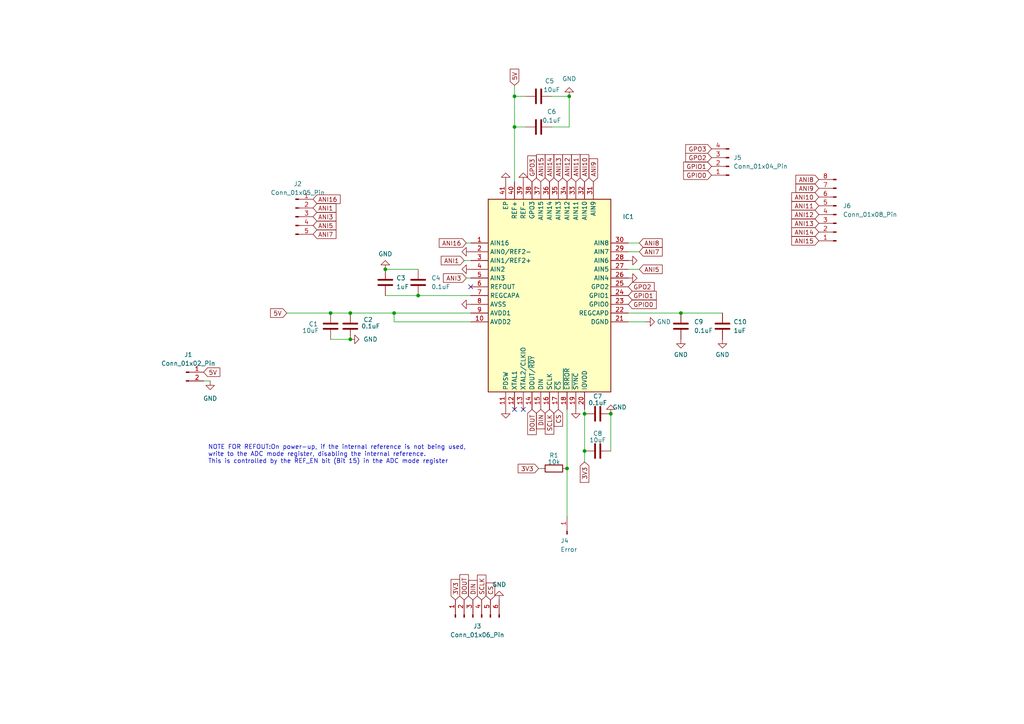
<source format=kicad_sch>
(kicad_sch (version 20230121) (generator eeschema)
  (paper "A4")
  (lib_symbols
    (symbol "21xt_symbols:AD7175-8BCPZ-RL7"
      (property "Reference" "IC" (at 41.91 17.78 0))
      (property "Value" "AD7175-8BCPZ-RL7" (at 41.91 15.24 0))
      (symbol "AD7175-8BCPZ-RL7_1_1"
        (rectangle (start 5.08 12.7) (end 40.64 -43.18) (stroke (width 0.254)) (fill (type background)))
        (pin passive line (at 0 0 0) (length 5.08) (name "AIN16") (number "1"))
        (pin passive line (at 0 -22.86 0) (length 5.08) (name "AVDD2") (number "10"))
        (pin passive line (at 10.16 -48.26 90) (length 5.08) (name "PDSW") (number "11"))
        (pin passive line (at 12.7 -48.26 90) (length 5.08) (name "XTAL1") (number "12"))
        (pin passive line (at 15.24 -48.26 90) (length 5.08) (name "XTAL2/CLKIO") (number "13"))
        (pin passive line (at 17.78 -48.26 90) (length 5.08) (name "DOUT/~{RDY}") (number "14"))
        (pin passive line (at 20.32 -48.26 90) (length 5.08) (name "DIN") (number "15"))
        (pin passive line (at 22.86 -48.26 90) (length 5.08) (name "SCLK") (number "16"))
        (pin passive line (at 25.4 -48.26 90) (length 5.08) (name "~{CS}") (number "17"))
        (pin passive line (at 27.94 -48.26 90) (length 5.08) (name "~{ERROR}") (number "18"))
        (pin passive line (at 30.48 -48.26 90) (length 5.08) (name "~{SYNC}") (number "19"))
        (pin passive line (at 0 -2.54 0) (length 5.08) (name "AIN0/REF2-") (number "2"))
        (pin passive line (at 33.02 -48.26 90) (length 5.08) (name "IOVDD") (number "20"))
        (pin passive line (at 45.72 -22.86 180) (length 5.08) (name "DGND") (number "21"))
        (pin passive line (at 45.72 -20.32 180) (length 5.08) (name "REGCAPD") (number "22"))
        (pin passive line (at 45.72 -17.78 180) (length 5.08) (name "GPIO0") (number "23"))
        (pin passive line (at 45.72 -15.24 180) (length 5.08) (name "GPIO1") (number "24"))
        (pin passive line (at 45.72 -12.7 180) (length 5.08) (name "GPO2") (number "25"))
        (pin passive line (at 45.72 -10.16 180) (length 5.08) (name "AIN4") (number "26"))
        (pin passive line (at 45.72 -7.62 180) (length 5.08) (name "AIN5") (number "27"))
        (pin passive line (at 45.72 -5.08 180) (length 5.08) (name "AIN6") (number "28"))
        (pin passive line (at 45.72 -2.54 180) (length 5.08) (name "AIN7") (number "29"))
        (pin passive line (at 0 -5.08 0) (length 5.08) (name "AIN1/REF2+") (number "3"))
        (pin passive line (at 45.72 0 180) (length 5.08) (name "AIN8") (number "30"))
        (pin passive line (at 35.56 17.78 270) (length 5.08) (name "AIN9") (number "31"))
        (pin passive line (at 33.02 17.78 270) (length 5.08) (name "AIN10") (number "32"))
        (pin passive line (at 30.48 17.78 270) (length 5.08) (name "AIN11") (number "33"))
        (pin passive line (at 27.94 17.78 270) (length 5.08) (name "AIN12") (number "34"))
        (pin passive line (at 25.4 17.78 270) (length 5.08) (name "AIN13") (number "35"))
        (pin passive line (at 22.86 17.78 270) (length 5.08) (name "AIN14") (number "36"))
        (pin passive line (at 20.32 17.78 270) (length 5.08) (name "AIN15") (number "37"))
        (pin passive line (at 17.78 17.78 270) (length 5.08) (name "GPO3") (number "38"))
        (pin passive line (at 15.24 17.78 270) (length 5.08) (name "REF-") (number "39"))
        (pin passive line (at 0 -7.62 0) (length 5.08) (name "AIN2") (number "4"))
        (pin passive line (at 12.7 17.78 270) (length 5.08) (name "REF+") (number "40"))
        (pin passive line (at 10.16 17.78 270) (length 5.08) (name "EP") (number "41"))
        (pin passive line (at 0 -10.16 0) (length 5.08) (name "AIN3") (number "5"))
        (pin passive line (at 0 -12.7 0) (length 5.08) (name "REFOUT") (number "6"))
        (pin passive line (at 0 -15.24 0) (length 5.08) (name "REGCAPA") (number "7"))
        (pin passive line (at 0 -17.78 0) (length 5.08) (name "AVSS") (number "8"))
        (pin passive line (at 0 -20.32 0) (length 5.08) (name "AVDD1") (number "9"))
      )
    )
    (symbol "Connector:Conn_01x01_Pin" (pin_names (offset 1.016) hide)
      (property "Reference" "J" (at 0 2.54 0))
      (property "Value" "Conn_01x01_Pin" (at 0 -2.54 0))
      (symbol "Conn_01x01_Pin_1_1"
        (polyline (pts (xy 1.27 0) (xy 0.8636 0)) (stroke (width 0.1524)))
        (rectangle (start 0.8636 0.127) (end 0 -0.127) (stroke (width 0.1524)) (fill (type outline)))
        (pin passive line (at 5.08 0 180) (length 3.81) (name "Pin_1") (number "1"))
      )
    )
    (symbol "Connector:Conn_01x02_Pin" (pin_names (offset 1.016) hide)
      (property "Reference" "J" (at 0 2.54 0))
      (property "Value" "Conn_01x02_Pin" (at 0 -5.08 0))
      (symbol "Conn_01x02_Pin_1_1"
        (polyline (pts (xy 1.27 -2.54) (xy 0.8636 -2.54)) (stroke (width 0.1524)))
        (polyline (pts (xy 1.27 0) (xy 0.8636 0)) (stroke (width 0.1524)))
        (rectangle (start 0.8636 -2.413) (end 0 -2.667) (stroke (width 0.1524)) (fill (type outline)))
        (rectangle (start 0.8636 0.127) (end 0 -0.127) (stroke (width 0.1524)) (fill (type outline)))
        (pin passive line (at 5.08 0 180) (length 3.81) (name "Pin_1") (number "1"))
        (pin passive line (at 5.08 -2.54 180) (length 3.81) (name "Pin_2") (number "2"))
      )
    )
    (symbol "Connector:Conn_01x04_Pin" (pin_names (offset 1.016) hide)
      (property "Reference" "J" (at 0 5.08 0))
      (property "Value" "Conn_01x04_Pin" (at 0 -7.62 0))
      (symbol "Conn_01x04_Pin_1_1"
        (polyline (pts (xy 1.27 -5.08) (xy 0.8636 -5.08)) (stroke (width 0.1524)))
        (polyline (pts (xy 1.27 -2.54) (xy 0.8636 -2.54)) (stroke (width 0.1524)))
        (polyline (pts (xy 1.27 0) (xy 0.8636 0)) (stroke (width 0.1524)))
        (polyline (pts (xy 1.27 2.54) (xy 0.8636 2.54)) (stroke (width 0.1524)))
        (rectangle (start 0.8636 -4.953) (end 0 -5.207) (stroke (width 0.1524)) (fill (type outline)))
        (rectangle (start 0.8636 -2.413) (end 0 -2.667) (stroke (width 0.1524)) (fill (type outline)))
        (rectangle (start 0.8636 0.127) (end 0 -0.127) (stroke (width 0.1524)) (fill (type outline)))
        (rectangle (start 0.8636 2.667) (end 0 2.413) (stroke (width 0.1524)) (fill (type outline)))
        (pin passive line (at 5.08 2.54 180) (length 3.81) (name "Pin_1") (number "1"))
        (pin passive line (at 5.08 0 180) (length 3.81) (name "Pin_2") (number "2"))
        (pin passive line (at 5.08 -2.54 180) (length 3.81) (name "Pin_3") (number "3"))
        (pin passive line (at 5.08 -5.08 180) (length 3.81) (name "Pin_4") (number "4"))
      )
    )
    (symbol "Connector:Conn_01x05_Pin" (pin_names (offset 1.016) hide)
      (property "Reference" "J" (at 0 7.62 0))
      (property "Value" "Conn_01x05_Pin" (at 0 -7.62 0))
      (symbol "Conn_01x05_Pin_1_1"
        (polyline (pts (xy 1.27 -5.08) (xy 0.8636 -5.08)) (stroke (width 0.1524)))
        (polyline (pts (xy 1.27 -2.54) (xy 0.8636 -2.54)) (stroke (width 0.1524)))
        (polyline (pts (xy 1.27 0) (xy 0.8636 0)) (stroke (width 0.1524)))
        (polyline (pts (xy 1.27 2.54) (xy 0.8636 2.54)) (stroke (width 0.1524)))
        (polyline (pts (xy 1.27 5.08) (xy 0.8636 5.08)) (stroke (width 0.1524)))
        (rectangle (start 0.8636 -4.953) (end 0 -5.207) (stroke (width 0.1524)) (fill (type outline)))
        (rectangle (start 0.8636 -2.413) (end 0 -2.667) (stroke (width 0.1524)) (fill (type outline)))
        (rectangle (start 0.8636 0.127) (end 0 -0.127) (stroke (width 0.1524)) (fill (type outline)))
        (rectangle (start 0.8636 2.667) (end 0 2.413) (stroke (width 0.1524)) (fill (type outline)))
        (rectangle (start 0.8636 5.207) (end 0 4.953) (stroke (width 0.1524)) (fill (type outline)))
        (pin passive line (at 5.08 5.08 180) (length 3.81) (name "Pin_1") (number "1"))
        (pin passive line (at 5.08 2.54 180) (length 3.81) (name "Pin_2") (number "2"))
        (pin passive line (at 5.08 0 180) (length 3.81) (name "Pin_3") (number "3"))
        (pin passive line (at 5.08 -2.54 180) (length 3.81) (name "Pin_4") (number "4"))
        (pin passive line (at 5.08 -5.08 180) (length 3.81) (name "Pin_5") (number "5"))
      )
    )
    (symbol "Connector:Conn_01x06_Pin" (pin_names (offset 1.016) hide)
      (property "Reference" "J" (at 0 7.62 0))
      (property "Value" "Conn_01x06_Pin" (at 0 -10.16 0))
      (symbol "Conn_01x06_Pin_1_1"
        (polyline (pts (xy 1.27 -7.62) (xy 0.8636 -7.62)) (stroke (width 0.1524)))
        (polyline (pts (xy 1.27 -5.08) (xy 0.8636 -5.08)) (stroke (width 0.1524)))
        (polyline (pts (xy 1.27 -2.54) (xy 0.8636 -2.54)) (stroke (width 0.1524)))
        (polyline (pts (xy 1.27 0) (xy 0.8636 0)) (stroke (width 0.1524)))
        (polyline (pts (xy 1.27 2.54) (xy 0.8636 2.54)) (stroke (width 0.1524)))
        (polyline (pts (xy 1.27 5.08) (xy 0.8636 5.08)) (stroke (width 0.1524)))
        (rectangle (start 0.8636 -7.493) (end 0 -7.747) (stroke (width 0.1524)) (fill (type outline)))
        (rectangle (start 0.8636 -4.953) (end 0 -5.207) (stroke (width 0.1524)) (fill (type outline)))
        (rectangle (start 0.8636 -2.413) (end 0 -2.667) (stroke (width 0.1524)) (fill (type outline)))
        (rectangle (start 0.8636 0.127) (end 0 -0.127) (stroke (width 0.1524)) (fill (type outline)))
        (rectangle (start 0.8636 2.667) (end 0 2.413) (stroke (width 0.1524)) (fill (type outline)))
        (rectangle (start 0.8636 5.207) (end 0 4.953) (stroke (width 0.1524)) (fill (type outline)))
        (pin passive line (at 5.08 5.08 180) (length 3.81) (name "Pin_1") (number "1"))
        (pin passive line (at 5.08 2.54 180) (length 3.81) (name "Pin_2") (number "2"))
        (pin passive line (at 5.08 0 180) (length 3.81) (name "Pin_3") (number "3"))
        (pin passive line (at 5.08 -2.54 180) (length 3.81) (name "Pin_4") (number "4"))
        (pin passive line (at 5.08 -5.08 180) (length 3.81) (name "Pin_5") (number "5"))
        (pin passive line (at 5.08 -7.62 180) (length 3.81) (name "Pin_6") (number "6"))
      )
    )
    (symbol "Connector:Conn_01x08_Pin" (pin_names (offset 1.016) hide)
      (property "Reference" "J" (at 0 10.16 0))
      (property "Value" "Conn_01x08_Pin" (at 0 -12.7 0))
      (symbol "Conn_01x08_Pin_1_1"
        (polyline (pts (xy 1.27 -10.16) (xy 0.8636 -10.16)) (stroke (width 0.1524)))
        (polyline (pts (xy 1.27 -7.62) (xy 0.8636 -7.62)) (stroke (width 0.1524)))
        (polyline (pts (xy 1.27 -5.08) (xy 0.8636 -5.08)) (stroke (width 0.1524)))
        (polyline (pts (xy 1.27 -2.54) (xy 0.8636 -2.54)) (stroke (width 0.1524)))
        (polyline (pts (xy 1.27 0) (xy 0.8636 0)) (stroke (width 0.1524)))
        (polyline (pts (xy 1.27 2.54) (xy 0.8636 2.54)) (stroke (width 0.1524)))
        (polyline (pts (xy 1.27 5.08) (xy 0.8636 5.08)) (stroke (width 0.1524)))
        (polyline (pts (xy 1.27 7.62) (xy 0.8636 7.62)) (stroke (width 0.1524)))
        (rectangle (start 0.8636 -10.033) (end 0 -10.287) (stroke (width 0.1524)) (fill (type outline)))
        (rectangle (start 0.8636 -7.493) (end 0 -7.747) (stroke (width 0.1524)) (fill (type outline)))
        (rectangle (start 0.8636 -4.953) (end 0 -5.207) (stroke (width 0.1524)) (fill (type outline)))
        (rectangle (start 0.8636 -2.413) (end 0 -2.667) (stroke (width 0.1524)) (fill (type outline)))
        (rectangle (start 0.8636 0.127) (end 0 -0.127) (stroke (width 0.1524)) (fill (type outline)))
        (rectangle (start 0.8636 2.667) (end 0 2.413) (stroke (width 0.1524)) (fill (type outline)))
        (rectangle (start 0.8636 5.207) (end 0 4.953) (stroke (width 0.1524)) (fill (type outline)))
        (rectangle (start 0.8636 7.747) (end 0 7.493) (stroke (width 0.1524)) (fill (type outline)))
        (pin passive line (at 5.08 7.62 180) (length 3.81) (name "Pin_1") (number "1"))
        (pin passive line (at 5.08 5.08 180) (length 3.81) (name "Pin_2") (number "2"))
        (pin passive line (at 5.08 2.54 180) (length 3.81) (name "Pin_3") (number "3"))
        (pin passive line (at 5.08 0 180) (length 3.81) (name "Pin_4") (number "4"))
        (pin passive line (at 5.08 -2.54 180) (length 3.81) (name "Pin_5") (number "5"))
        (pin passive line (at 5.08 -5.08 180) (length 3.81) (name "Pin_6") (number "6"))
        (pin passive line (at 5.08 -7.62 180) (length 3.81) (name "Pin_7") (number "7"))
        (pin passive line (at 5.08 -10.16 180) (length 3.81) (name "Pin_8") (number "8"))
      )
    )
    (symbol "Device:C" (pin_numbers hide) (pin_names (offset 0.254))
      (property "Reference" "C" (at 0.635 2.54 0))
      (property "Value" "C" (at 0.635 -2.54 0))
      (symbol "C_0_1"
        (polyline (pts (xy -2.032 -0.762) (xy 2.032 -0.762)) (stroke (width 0.508)))
        (polyline (pts (xy -2.032 0.762) (xy 2.032 0.762)) (stroke (width 0.508)))
      )
      (symbol "C_1_1"
        (pin passive line (at 0 3.81 270) (length 2.794) (name "~") (number "1"))
        (pin passive line (at 0 -3.81 90) (length 2.794) (name "~") (number "2"))
      )
    )
    (symbol "Device:R" (pin_numbers hide) (pin_names (offset 0))
      (property "Reference" "R" (at 2.032 0 90))
      (property "Value" "R" (at 0 0 90))
      (symbol "R_0_1"
        (rectangle (start -1.016 -2.54) (end 1.016 2.54) (stroke (width 0.254)))
      )
      (symbol "R_1_1"
        (pin passive line (at 0 3.81 270) (length 1.27) (name "~") (number "1"))
        (pin passive line (at 0 -3.81 90) (length 1.27) (name "~") (number "2"))
      )
    )
    (symbol "power:GND" (power) (pin_names (offset 0))
      (property "Value" "GND" (at 0 -3.81 0))
      (symbol "GND_0_1"
        (polyline (pts (xy 0 0) (xy 0 -1.27) (xy 1.27 -1.27) (xy 0 -2.54) (xy -1.27 -1.27) (xy 0 -1.27)))
      )
      (symbol "GND_1_1"
        (pin power_in line (at 0 0 270) (length 0) hide (name "GND") (number "1"))
      )
    )
  )
  (junction (at 95.885 90.805))
  (junction (at 169.545 130.81))
  (junction (at 164.465 135.89))
  (junction (at 149.225 27.94))
  (junction (at 165.1 27.94))
  (junction (at 197.485 90.805))
  (junction (at 114.3 90.805))
  (junction (at 177.165 120.015))
  (junction (at 121.285 85.725))
  (junction (at 101.6 90.805))
  (junction (at 111.76 78.105))
  (junction (at 169.545 120.015))
  (junction (at 149.225 36.83))
  (junction (at 101.6 98.425))
  (no_connect (at 136.525 83.185))
  (no_connect (at 149.225 118.745))
  (no_connect (at 151.765 118.745))
  (wire (pts (xy 169.545 130.81) (xy 169.545 133.985)))
  (wire (pts (xy 111.76 78.105) (xy 121.285 78.105)))
  (wire (pts (xy 149.225 36.83) (xy 149.225 27.94)))
  (wire (pts (xy 185.42 78.105) (xy 182.245 78.105)))
  (wire (pts (xy 169.545 120.015) (xy 169.545 130.81)))
  (wire (pts (xy 83.185 90.805) (xy 95.885 90.805)))
  (wire (pts (xy 59.055 110.49) (xy 60.96 110.49)))
  (wire (pts (xy 160.02 36.83) (xy 165.1 36.83)))
  (wire (pts (xy 114.3 90.805) (xy 136.525 90.805)))
  (wire (pts (xy 165.1 36.83) (xy 165.1 27.94)))
  (wire (pts (xy 182.245 90.805) (xy 197.485 90.805)))
  (wire (pts (xy 165.1 27.94) (xy 160.02 27.94)))
  (wire (pts (xy 169.545 118.745) (xy 169.545 120.015)))
  (wire (pts (xy 111.76 85.725) (xy 121.285 85.725)))
  (wire (pts (xy 121.285 85.725) (xy 136.525 85.725)))
  (wire (pts (xy 134.62 75.565) (xy 136.525 75.565)))
  (wire (pts (xy 156.21 135.89) (xy 156.845 135.89)))
  (wire (pts (xy 149.225 27.94) (xy 149.225 24.765)))
  (wire (pts (xy 95.885 98.425) (xy 101.6 98.425)))
  (wire (pts (xy 164.465 135.89) (xy 164.465 149.86)))
  (wire (pts (xy 135.255 70.485) (xy 136.525 70.485)))
  (wire (pts (xy 177.165 120.015) (xy 177.165 130.81)))
  (wire (pts (xy 149.225 52.705) (xy 149.225 36.83)))
  (wire (pts (xy 185.42 73.025) (xy 182.245 73.025)))
  (wire (pts (xy 149.225 27.94) (xy 152.4 27.94)))
  (wire (pts (xy 114.3 93.345) (xy 136.525 93.345)))
  (wire (pts (xy 101.6 90.805) (xy 114.3 90.805)))
  (wire (pts (xy 149.225 36.83) (xy 152.4 36.83)))
  (wire (pts (xy 164.465 118.745) (xy 164.465 135.89)))
  (wire (pts (xy 197.485 90.805) (xy 209.55 90.805)))
  (wire (pts (xy 185.42 70.485) (xy 182.245 70.485)))
  (wire (pts (xy 114.3 93.345) (xy 114.3 90.805)))
  (wire (pts (xy 95.885 90.805) (xy 101.6 90.805)))
  (wire (pts (xy 182.245 93.345) (xy 187.325 93.345)))
  (wire (pts (xy 135.255 80.645) (xy 136.525 80.645)))
  (text "NOTE FOR REFOUT:On power-up, if the internal reference is not being used, \nwrite to the ADC mode register, disabling the internal reference. \nThis is controlled by the REF_EN bit (Bit 15) in the ADC mode register" (at 60.325 134.62 0) (effects (font (size 1.27 1.27)) (justify left bottom)))
  (global_label "ANI12" (shape input) (at 164.465 52.705 90) (property "Intersheetrefs" "${INTERSHEET_REFS}" (effects hide)))
  (global_label "ANI5" (shape input) (at 90.805 65.405 0) (property "Intersheetrefs" "${INTERSHEET_REFS}" (effects hide)))
  (global_label "ANI7" (shape input) (at 185.42 73.025 0) (property "Intersheetrefs" "${INTERSHEET_REFS}" (effects hide)))
  (global_label "ANI10" (shape input) (at 169.545 52.705 90) (property "Intersheetrefs" "${INTERSHEET_REFS}" (effects hide)))
  (global_label "ANI15" (shape input) (at 156.845 52.705 90) (property "Intersheetrefs" "${INTERSHEET_REFS}" (effects hide)))
  (global_label "GPO3" (shape input) (at 154.305 52.705 90) (property "Intersheetrefs" "${INTERSHEET_REFS}" (effects hide)))
  (global_label "CS" (shape input) (at 161.925 118.745 270) (property "Intersheetrefs" "${INTERSHEET_REFS}" (effects hide)))
  (global_label "ANI14" (shape input) (at 237.49 67.31 180) (property "Intersheetrefs" "${INTERSHEET_REFS}" (effects hide)))
  (global_label "3V3" (shape input) (at 132.08 173.99 90) (property "Intersheetrefs" "${INTERSHEET_REFS}" (effects hide)))
  (global_label "ANI1" (shape input) (at 90.805 60.325 0) (property "Intersheetrefs" "${INTERSHEET_REFS}" (effects hide)))
  (global_label "ANI3" (shape input) (at 135.255 80.645 180) (property "Intersheetrefs" "${INTERSHEET_REFS}" (effects hide)))
  (global_label "DIN" (shape input) (at 137.16 173.99 90) (property "Intersheetrefs" "${INTERSHEET_REFS}" (effects hide)))
  (global_label "5V" (shape input) (at 149.225 24.765 90) (property "Intersheetrefs" "${INTERSHEET_REFS}" (effects hide)))
  (global_label "ANI10" (shape input) (at 237.49 57.15 180) (property "Intersheetrefs" "${INTERSHEET_REFS}" (effects hide)))
  (global_label "GPO2" (shape input) (at 206.375 45.72 180) (property "Intersheetrefs" "${INTERSHEET_REFS}" (effects hide)))
  (global_label "ANI15" (shape input) (at 237.49 69.85 180) (property "Intersheetrefs" "${INTERSHEET_REFS}" (effects hide)))
  (global_label "GPIO1" (shape input) (at 182.245 85.725 0) (property "Intersheetrefs" "${INTERSHEET_REFS}" (effects hide)))
  (global_label "3V3" (shape input) (at 156.21 135.89 180) (property "Intersheetrefs" "${INTERSHEET_REFS}" (effects hide)))
  (global_label "ANI13" (shape input) (at 161.925 52.705 90) (property "Intersheetrefs" "${INTERSHEET_REFS}" (effects hide)))
  (global_label "3V3" (shape input) (at 169.545 133.985 270) (property "Intersheetrefs" "${INTERSHEET_REFS}" (effects hide)))
  (global_label "CS" (shape input) (at 142.24 173.99 90) (property "Intersheetrefs" "${INTERSHEET_REFS}" (effects hide)))
  (global_label "SCLK" (shape input) (at 139.7 173.99 90) (property "Intersheetrefs" "${INTERSHEET_REFS}" (effects hide)))
  (global_label "GPIO0" (shape input) (at 206.375 50.8 180) (property "Intersheetrefs" "${INTERSHEET_REFS}" (effects hide)))
  (global_label "ANI7" (shape input) (at 90.805 67.945 0) (property "Intersheetrefs" "${INTERSHEET_REFS}" (effects hide)))
  (global_label "ANI1" (shape input) (at 134.62 75.565 180) (property "Intersheetrefs" "${INTERSHEET_REFS}" (effects hide)))
  (global_label "GPIO0" (shape input) (at 182.245 88.265 0) (property "Intersheetrefs" "${INTERSHEET_REFS}" (effects hide)))
  (global_label "ANI9" (shape input) (at 237.49 54.61 180) (property "Intersheetrefs" "${INTERSHEET_REFS}" (effects hide)))
  (global_label "ANI14" (shape input) (at 159.385 52.705 90) (property "Intersheetrefs" "${INTERSHEET_REFS}" (effects hide)))
  (global_label "DOUT" (shape input) (at 154.305 118.745 270) (property "Intersheetrefs" "${INTERSHEET_REFS}" (effects hide)))
  (global_label "ANI16" (shape input) (at 90.805 57.785 0) (property "Intersheetrefs" "${INTERSHEET_REFS}" (effects hide)))
  (global_label "ANI5" (shape input) (at 185.42 78.105 0) (property "Intersheetrefs" "${INTERSHEET_REFS}" (effects hide)))
  (global_label "GPO2" (shape input) (at 182.245 83.185 0) (property "Intersheetrefs" "${INTERSHEET_REFS}" (effects hide)))
  (global_label "5V" (shape input) (at 83.185 90.805 180) (property "Intersheetrefs" "${INTERSHEET_REFS}" (effects hide)))
  (global_label "DOUT" (shape input) (at 134.62 173.99 90) (property "Intersheetrefs" "${INTERSHEET_REFS}" (effects hide)))
  (global_label "ANI12" (shape input) (at 237.49 62.23 180) (property "Intersheetrefs" "${INTERSHEET_REFS}" (effects hide)))
  (global_label "ANI8" (shape input) (at 237.49 52.07 180) (property "Intersheetrefs" "${INTERSHEET_REFS}" (effects hide)))
  (global_label "ANI9" (shape input) (at 172.085 52.705 90) (property "Intersheetrefs" "${INTERSHEET_REFS}" (effects hide)))
  (global_label "GPO3" (shape input) (at 206.375 43.18 180) (property "Intersheetrefs" "${INTERSHEET_REFS}" (effects hide)))
  (global_label "5V" (shape input) (at 59.055 107.95 0) (property "Intersheetrefs" "${INTERSHEET_REFS}" (effects hide)))
  (global_label "SCLK" (shape input) (at 159.385 118.745 270) (property "Intersheetrefs" "${INTERSHEET_REFS}" (effects hide)))
  (global_label "ANI8" (shape input) (at 185.42 70.485 0) (property "Intersheetrefs" "${INTERSHEET_REFS}" (effects hide)))
  (global_label "ANI16" (shape input) (at 135.255 70.485 180) (property "Intersheetrefs" "${INTERSHEET_REFS}" (effects hide)))
  (global_label "ANI11" (shape input) (at 167.005 52.705 90) (property "Intersheetrefs" "${INTERSHEET_REFS}" (effects hide)))
  (global_label "DIN" (shape input) (at 156.845 118.745 270) (property "Intersheetrefs" "${INTERSHEET_REFS}" (effects hide)))
  (global_label "ANI11" (shape input) (at 237.49 59.69 180) (property "Intersheetrefs" "${INTERSHEET_REFS}" (effects hide)))
  (global_label "ANI3" (shape input) (at 90.805 62.865 0) (property "Intersheetrefs" "${INTERSHEET_REFS}" (effects hide)))
  (global_label "GPIO1" (shape input) (at 206.375 48.26 180) (property "Intersheetrefs" "${INTERSHEET_REFS}" (effects hide)))
  (global_label "ANI13" (shape input) (at 237.49 64.77 180) (property "Intersheetrefs" "${INTERSHEET_REFS}" (effects hide)))
  (symbol (lib_id "Connector:Conn_01x01_Pin") (at 164.465 154.94 90) (unit 1)
    (property "Reference" "J4" (at 162.56 156.845 90) (effects (justify right)))
    (property "Value" "Error" (at 162.56 159.385 90) (effects (justify right)))
    (property "Footprint" "Connector_PinHeader_2.54mm:PinHeader_1x01_P2.54mm_Vertical" (effects hide))
  )
  (symbol (lib_id "power:GND") (at 144.78 173.99 180) (unit 1)
    (property "Reference" "#PWR07" (effects hide))
    (property "Value" "GND" (at 144.78 169.545 0))
  )
  (symbol (lib_id "power:GND") (at 101.6 98.425 90) (unit 1)
    (property "Reference" "#PWR02" (effects hide))
    (property "Value" "GND" (at 105.41 98.425 90) (effects (justify right)))
  )
  (symbol (lib_id "Connector:Conn_01x05_Pin") (at 85.725 62.865 0) (unit 1)
    (property "Reference" "J2" (at 86.36 53.34 0))
    (property "Value" "Conn_01x05_Pin" (at 86.36 55.88 0))
    (property "Footprint" "Connector_PinHeader_2.54mm:PinHeader_1x05_P2.54mm_Vertical" (effects hide))
  )
  (symbol (lib_id "power:GND") (at 136.525 88.265 270) (unit 1)
    (property "Reference" "#PWR06" (effects hide))
    (property "Value" "GND" (effects hide))
  )
  (symbol (lib_id "Connector:Conn_01x02_Pin") (at 53.975 107.95 0) (unit 1)
    (property "Reference" "J1" (at 54.61 102.87 0))
    (property "Value" "Conn_01x02_Pin" (at 54.61 105.41 0))
    (property "Footprint" "Connector_PinHeader_2.54mm:PinHeader_1x02_P2.54mm_Vertical" (effects hide))
  )
  (symbol (lib_id "Device:C") (at 156.21 36.83 90) (unit 1)
    (property "Reference" "C6" (at 160.02 32.385 90))
    (property "Value" "0.1uF" (at 160.02 34.925 90))
    (property "Footprint" "Capacitor_SMD:C_0603_1608Metric" (effects hide))
  )
  (symbol (lib_id "Connector:Conn_01x08_Pin") (at 242.57 62.23 180) (unit 1)
    (property "Reference" "J6" (at 244.475 59.69 0) (effects (justify right)))
    (property "Value" "Conn_01x08_Pin" (at 244.475 62.23 0) (effects (justify right)))
    (property "Footprint" "Connector_PinHeader_2.54mm:PinHeader_1x08_P2.54mm_Vertical" (effects hide))
  )
  (symbol (lib_id "Device:C") (at 173.355 120.015 90) (unit 1)
    (property "Reference" "C7" (at 173.355 114.935 90))
    (property "Value" "0.1uF" (at 173.355 116.84 90))
    (property "Footprint" "Capacitor_SMD:C_0603_1608Metric" (effects hide))
  )
  (symbol (lib_id "power:GND") (at 136.525 73.025 270) (unit 1)
    (property "Reference" "#PWR04" (effects hide))
    (property "Value" "GND" (effects hide))
  )
  (symbol (lib_id "power:GND") (at 209.55 98.425 0) (unit 1)
    (property "Reference" "#PWR018" (effects hide))
    (property "Value" "GND" (at 209.55 102.87 0))
  )
  (symbol (lib_id "power:GND") (at 182.245 75.565 90) (unit 1)
    (property "Reference" "#PWR014" (effects hide))
    (property "Value" "GND" (effects hide))
  )
  (symbol (lib_id "power:GND") (at 111.76 78.105 180) (unit 1)
    (property "Reference" "#PWR03" (effects hide))
    (property "Value" "GND" (at 111.76 73.66 0))
  )
  (symbol (lib_id "Device:C") (at 173.355 130.81 90) (unit 1)
    (property "Reference" "C8" (at 173.355 125.73 90))
    (property "Value" "10uF" (at 173.355 127.635 90))
    (property "Footprint" "Capacitor_SMD:C_0603_1608Metric" (effects hide))
  )
  (symbol (lib_id "Device:C") (at 121.285 81.915 0) (unit 1)
    (property "Reference" "C4" (at 125.095 80.645 0) (effects (justify left)))
    (property "Value" "0.1uF" (at 125.095 83.185 0) (effects (justify left)))
    (property "Footprint" "Capacitor_SMD:C_0603_1608Metric" (effects hide))
  )
  (symbol (lib_id "21xt_symbols:AD7175-8BCPZ-RL7") (at 136.525 70.485 0) (unit 1)
    (property "Reference" "IC1" (at 182.245 62.865 0))
    (property "Value" "AD7175-8BCPZ-RL7" (effects hide))
    (property "Footprint" "21xt_footprints:QFN50P600X600X80-41N-D" (effects hide))
    (property "Datasheet" "https://componentsearchengine.com/Datasheets/2/AD7175-8BCPZ-RL7.pdf" (effects hide))
    (property "Height" "0.8" (effects hide))
    (property "Mouser Part Number" "584-AD7175-8BCPZ-RL7" (effects hide))
    (property "Mouser Price/Stock" "https://www.mouser.co.uk/ProductDetail/Analog-Devices/AD7175-8BCPZ-RL7?qs=JeIcUl65ClCxXjl02vXI6Q%3D%3D" (effects hide))
    (property "Manufacturer_Name" "Analog Devices" (effects hide))
    (property "Manufacturer_Part_Number" "AD7175-8BCPZ-RL7" (effects hide))
  )
  (symbol (lib_id "power:GND") (at 177.165 120.015 180) (unit 1)
    (property "Reference" "#PWR013" (effects hide))
    (property "Value" "GND" (at 179.705 118.11 0))
  )
  (symbol (lib_id "power:GND") (at 197.485 98.425 0) (unit 1)
    (property "Reference" "#PWR017" (effects hide))
    (property "Value" "GND" (at 197.485 102.87 0))
  )
  (symbol (lib_id "power:GND") (at 60.96 110.49 0) (unit 1)
    (property "Reference" "#PWR01" (effects hide))
    (property "Value" "GND" (at 60.96 115.57 0))
  )
  (symbol (lib_id "Device:R") (at 160.655 135.89 90) (unit 1)
    (property "Reference" "R1" (at 160.655 132.08 90))
    (property "Value" "10k" (at 160.655 133.985 90))
    (property "Footprint" "Resistor_SMD:R_0603_1608Metric" (effects hide))
  )
  (symbol (lib_id "power:GND") (at 146.685 52.705 180) (unit 1)
    (property "Reference" "#PWR08" (effects hide))
    (property "Value" "GND" (effects hide))
  )
  (symbol (lib_id "Device:C") (at 197.485 94.615 0) (unit 1)
    (property "Reference" "C9" (at 201.295 93.345 0) (effects (justify left)))
    (property "Value" "0.1uF" (at 201.295 95.885 0) (effects (justify left)))
    (property "Footprint" "Capacitor_SMD:C_0603_1608Metric" (effects hide))
  )
  (symbol (lib_id "power:GND") (at 146.685 118.745 0) (unit 1)
    (property "Reference" "#PWR09" (effects hide))
    (property "Value" "GND" (effects hide))
  )
  (symbol (lib_id "power:GND") (at 136.525 78.105 270) (unit 1)
    (property "Reference" "#PWR05" (effects hide))
    (property "Value" "GND" (effects hide))
  )
  (symbol (lib_id "Device:C") (at 95.885 94.615 0) (unit 1)
    (property "Reference" "C1" (at 89.535 93.98 0) (effects (justify left)))
    (property "Value" "10uF" (at 87.63 95.885 0) (effects (justify left)))
    (property "Footprint" "Capacitor_SMD:C_0603_1608Metric" (effects hide))
  )
  (symbol (lib_id "Device:C") (at 111.76 81.915 0) (unit 1)
    (property "Reference" "C3" (at 114.935 80.645 0) (effects (justify left)))
    (property "Value" "1uF" (at 114.935 83.185 0) (effects (justify left)))
    (property "Footprint" "Capacitor_SMD:C_0603_1608Metric" (effects hide))
  )
  (symbol (lib_id "power:GND") (at 187.325 93.345 90) (unit 1)
    (property "Reference" "#PWR016" (effects hide))
    (property "Value" "GND" (at 190.5 93.345 90) (effects (justify right)))
  )
  (symbol (lib_id "Device:C") (at 156.21 27.94 90) (unit 1)
    (property "Reference" "C5" (at 159.385 23.495 90))
    (property "Value" "10uF" (at 160.02 26.035 90))
    (property "Footprint" "Capacitor_SMD:C_0603_1608Metric" (effects hide))
  )
  (symbol (lib_id "Device:C") (at 101.6 94.615 0) (unit 1)
    (property "Reference" "C2" (at 105.41 92.71 0) (effects (justify left)))
    (property "Value" "0.1uF" (at 104.775 94.615 0) (effects (justify left)))
    (property "Footprint" "Capacitor_SMD:C_0603_1608Metric" (effects hide))
  )
  (symbol (lib_id "power:GND") (at 182.245 80.645 90) (unit 1)
    (property "Reference" "#PWR015" (effects hide))
    (property "Value" "GND" (effects hide))
  )
  (symbol (lib_id "Device:C") (at 209.55 94.615 0) (unit 1)
    (property "Reference" "C10" (at 212.725 93.345 0) (effects (justify left)))
    (property "Value" "1uF" (at 212.725 95.885 0) (effects (justify left)))
    (property "Footprint" "Capacitor_SMD:C_0603_1608Metric" (effects hide))
  )
  (symbol (lib_id "power:GND") (at 167.005 118.745 0) (unit 1)
    (property "Reference" "#PWR012" (effects hide))
    (property "Value" "GND" (effects hide))
  )
  (symbol (lib_id "power:GND") (at 165.1 27.94 180) (unit 1)
    (property "Reference" "#PWR011" (effects hide))
    (property "Value" "GND" (at 165.1 22.86 0))
  )
  (symbol (lib_id "Connector:Conn_01x06_Pin") (at 137.16 179.07 90) (unit 1)
    (property "Reference" "J3" (at 138.43 181.61 90))
    (property "Value" "Conn_01x06_Pin" (at 138.43 184.15 90))
    (property "Footprint" "Connector_PinHeader_2.54mm:PinHeader_1x06_P2.54mm_Vertical" (effects hide))
  )
  (symbol (lib_id "Connector:Conn_01x04_Pin") (at 211.455 48.26 180) (unit 1)
    (property "Reference" "J5" (at 212.725 45.72 0) (effects (justify right)))
    (property "Value" "Conn_01x04_Pin" (at 212.725 48.26 0) (effects (justify right)))
    (property "Footprint" "Connector_PinHeader_2.54mm:PinHeader_1x04_P2.54mm_Vertical" (effects hide))
  )
  (symbol (lib_id "power:GND") (at 151.765 52.705 180) (unit 1)
    (property "Reference" "#PWR010" (effects hide))
    (property "Value" "GND" (effects hide))
  )
)
</source>
